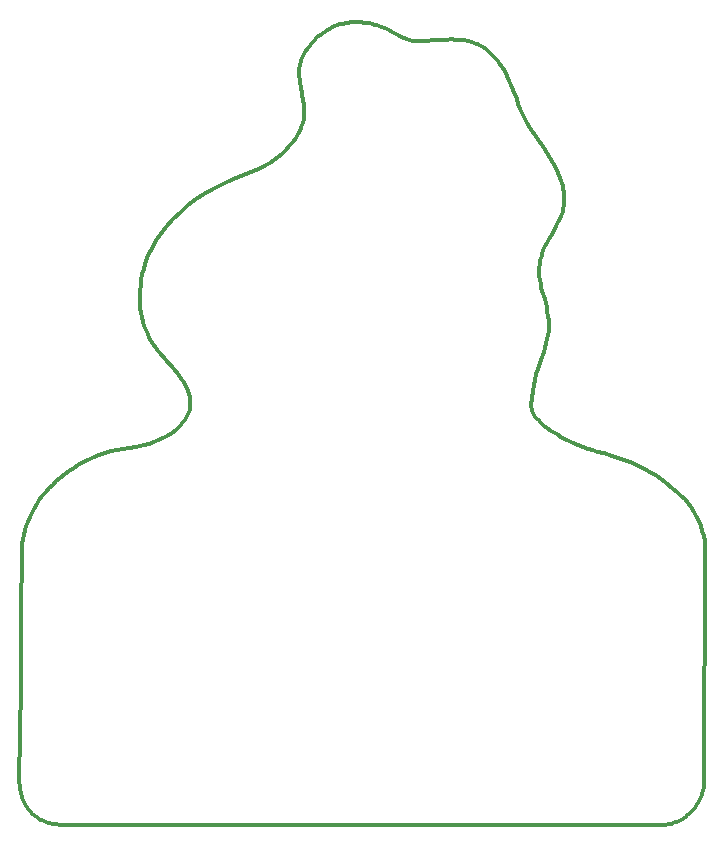
<source format=gbr>
%TF.GenerationSoftware,KiCad,Pcbnew,9.0.6*%
%TF.CreationDate,2025-11-09T23:23:57-08:00*%
%TF.ProjectId,mfzh25_token,6d667a68-3235-45f7-946f-6b656e2e6b69,rev?*%
%TF.SameCoordinates,Original*%
%TF.FileFunction,Profile,NP*%
%FSLAX46Y46*%
G04 Gerber Fmt 4.6, Leading zero omitted, Abs format (unit mm)*
G04 Created by KiCad (PCBNEW 9.0.6) date 2025-11-09 23:23:57*
%MOMM*%
%LPD*%
G01*
G04 APERTURE LIST*
%TA.AperFunction,Profile*%
%ADD10C,0.362433*%
%TD*%
G04 APERTURE END LIST*
D10*
X71500000Y-78500000D02*
X71771431Y-78513421D01*
X72028322Y-78535068D01*
X72271430Y-78564351D01*
X72501513Y-78600679D01*
X72719328Y-78643462D01*
X72925633Y-78692110D01*
X73121186Y-78746033D01*
X73483064Y-78867343D01*
X73811023Y-79002670D01*
X74111122Y-79147292D01*
X74389422Y-79296488D01*
X74904867Y-79589712D01*
X75154133Y-79724298D01*
X75405841Y-79844570D01*
X75666052Y-79945807D01*
X75801240Y-79987812D01*
X75940827Y-80023287D01*
X76085569Y-80051643D01*
X76236225Y-80072289D01*
X76393551Y-80084635D01*
X76558307Y-80088090D01*
X76904030Y-80080272D01*
X77255208Y-80063678D01*
X77969358Y-80016412D01*
X78691614Y-79970800D01*
X79052925Y-79956273D01*
X79412835Y-79951349D01*
X79770199Y-79959092D01*
X80123877Y-79982565D01*
X80472724Y-80024832D01*
X80815598Y-80088955D01*
X81151357Y-80177998D01*
X81478857Y-80295025D01*
X81639153Y-80364989D01*
X81796956Y-80443098D01*
X81952122Y-80529734D01*
X82104510Y-80625281D01*
X82311386Y-80769306D01*
X82506737Y-80918859D01*
X82691087Y-81073656D01*
X82864961Y-81233408D01*
X83028882Y-81397830D01*
X83183376Y-81566635D01*
X83328965Y-81739537D01*
X83466174Y-81916249D01*
X83717550Y-82279958D01*
X83941696Y-82655469D01*
X84142806Y-83040492D01*
X84325074Y-83432734D01*
X84492691Y-83829904D01*
X84649853Y-84229709D01*
X84949580Y-85028059D01*
X85100533Y-85422020D01*
X85257802Y-85809450D01*
X85425582Y-86188055D01*
X85608066Y-86555546D01*
X85852701Y-86995543D01*
X86113149Y-87427922D01*
X86664005Y-88276266D01*
X87225679Y-89113457D01*
X87499649Y-89531897D01*
X87763214Y-89952378D01*
X88012006Y-90376513D01*
X88241655Y-90805910D01*
X88447792Y-91242180D01*
X88626046Y-91686933D01*
X88703353Y-91912994D01*
X88772050Y-92141779D01*
X88831592Y-92373490D01*
X88881432Y-92608328D01*
X88921025Y-92846495D01*
X88949825Y-93088192D01*
X88967284Y-93333619D01*
X88972857Y-93582978D01*
X88968097Y-93751751D01*
X88954870Y-93917424D01*
X88933656Y-94080193D01*
X88904939Y-94240255D01*
X88869200Y-94397807D01*
X88826922Y-94553046D01*
X88724675Y-94857370D01*
X88602054Y-95154804D01*
X88462916Y-95446920D01*
X88311118Y-95735293D01*
X88150515Y-96021499D01*
X87818321Y-96593703D01*
X87654442Y-96882851D01*
X87497185Y-97176129D01*
X87350406Y-97475111D01*
X87217960Y-97781371D01*
X87103705Y-98096485D01*
X87054604Y-98257854D01*
X87011497Y-98422026D01*
X86964035Y-98636310D01*
X86926406Y-98843640D01*
X86898065Y-99044505D01*
X86878465Y-99239389D01*
X86867060Y-99428780D01*
X86863303Y-99613164D01*
X86876554Y-99968854D01*
X86913848Y-100310351D01*
X86970816Y-100641545D01*
X87043092Y-100966325D01*
X87126306Y-101288584D01*
X87308076Y-101941095D01*
X87397895Y-102279128D01*
X87481179Y-102630201D01*
X87553559Y-102998203D01*
X87610668Y-103387025D01*
X87648137Y-103800557D01*
X87658141Y-104017805D01*
X87661597Y-104242690D01*
X87658013Y-104433758D01*
X87647535Y-104620947D01*
X87607538Y-104985645D01*
X87544893Y-105340711D01*
X87462886Y-105690071D01*
X87364801Y-106037650D01*
X87253926Y-106387374D01*
X87006946Y-107108964D01*
X86748233Y-107886247D01*
X86622690Y-108305589D01*
X86504072Y-108750632D01*
X86395664Y-109225302D01*
X86300752Y-109733526D01*
X86222621Y-110279229D01*
X86164557Y-110866338D01*
X86177289Y-111039710D01*
X86211491Y-111212086D01*
X86266051Y-111383249D01*
X86339859Y-111552980D01*
X86431801Y-111721062D01*
X86540768Y-111887278D01*
X86665648Y-112051408D01*
X86805329Y-112213236D01*
X86958699Y-112372544D01*
X87124648Y-112529114D01*
X87302064Y-112682728D01*
X87489836Y-112833169D01*
X87891999Y-113123658D01*
X88322247Y-113398840D01*
X88771688Y-113656973D01*
X89231431Y-113896313D01*
X89692584Y-114115120D01*
X90146255Y-114311651D01*
X90583554Y-114484163D01*
X90995588Y-114630915D01*
X91373466Y-114750164D01*
X91708297Y-114840169D01*
X92344610Y-115006668D01*
X93032744Y-115214994D01*
X93759885Y-115466669D01*
X94513218Y-115763219D01*
X95279928Y-116106165D01*
X96047199Y-116497033D01*
X96802217Y-116937345D01*
X97532166Y-117428625D01*
X98224233Y-117972397D01*
X98552055Y-118264443D01*
X98865601Y-118570183D01*
X99163269Y-118889809D01*
X99443457Y-119223509D01*
X99704562Y-119571475D01*
X99944984Y-119933897D01*
X100163120Y-120310966D01*
X100357368Y-120702871D01*
X100526127Y-121109804D01*
X100667795Y-121531955D01*
X100780769Y-121969514D01*
X100863448Y-122422672D01*
X100914230Y-122891619D01*
X100931514Y-123376546D01*
X100833392Y-142804162D01*
X100828621Y-142967407D01*
X100814492Y-143131192D01*
X100791278Y-143295142D01*
X100759255Y-143458883D01*
X100718695Y-143622038D01*
X100669874Y-143784232D01*
X100613065Y-143945090D01*
X100548544Y-144104237D01*
X100476584Y-144261297D01*
X100397459Y-144415895D01*
X100311444Y-144567657D01*
X100218813Y-144716205D01*
X100014801Y-145002163D01*
X99787616Y-145270768D01*
X99666019Y-145397624D01*
X99539452Y-145519016D01*
X99408189Y-145634569D01*
X99272504Y-145743906D01*
X99132672Y-145846653D01*
X98988966Y-145942435D01*
X98841662Y-146030876D01*
X98691032Y-146111600D01*
X98537353Y-146184233D01*
X98380896Y-146248400D01*
X98221938Y-146303724D01*
X98060753Y-146349831D01*
X97897614Y-146386345D01*
X97732795Y-146412891D01*
X97566572Y-146429094D01*
X97399219Y-146434579D01*
X46377190Y-146434579D01*
X46179853Y-146429944D01*
X45986878Y-146416169D01*
X45798391Y-146393445D01*
X45614515Y-146361965D01*
X45435376Y-146321921D01*
X45261098Y-146273506D01*
X45091806Y-146216910D01*
X44927625Y-146152328D01*
X44768679Y-146079951D01*
X44615094Y-145999971D01*
X44466994Y-145912580D01*
X44324504Y-145817971D01*
X44187748Y-145716337D01*
X44056852Y-145607868D01*
X43931940Y-145492758D01*
X43813137Y-145371199D01*
X43700567Y-145243383D01*
X43594356Y-145109503D01*
X43494628Y-144969750D01*
X43401508Y-144824317D01*
X43315121Y-144673396D01*
X43235591Y-144517179D01*
X43163043Y-144355859D01*
X43097602Y-144189628D01*
X43039393Y-144018678D01*
X42988540Y-143843201D01*
X42945169Y-143663390D01*
X42909403Y-143479437D01*
X42881369Y-143291534D01*
X42861189Y-143099873D01*
X42848990Y-142904647D01*
X42844896Y-142706048D01*
X42943016Y-134718322D01*
X43010473Y-128680299D01*
X43041135Y-123376550D01*
X43052057Y-123006788D01*
X43084630Y-122634880D01*
X43138561Y-122261626D01*
X43213559Y-121887824D01*
X43309331Y-121514276D01*
X43425586Y-121141781D01*
X43562032Y-120771140D01*
X43718376Y-120403152D01*
X43894328Y-120038619D01*
X44089595Y-119678338D01*
X44303884Y-119323112D01*
X44536905Y-118973739D01*
X44788366Y-118631020D01*
X45057974Y-118295756D01*
X45345437Y-117968745D01*
X45650464Y-117650788D01*
X45972763Y-117342686D01*
X46312041Y-117045237D01*
X46668007Y-116759243D01*
X47040370Y-116485504D01*
X47428836Y-116224819D01*
X47833115Y-115977988D01*
X48252914Y-115745812D01*
X48687941Y-115529090D01*
X49137905Y-115328624D01*
X49602513Y-115145212D01*
X50081474Y-114979655D01*
X50574496Y-114832752D01*
X51081287Y-114705305D01*
X51601554Y-114598113D01*
X52135007Y-114511976D01*
X52681353Y-114447694D01*
X53046555Y-114397561D01*
X53427446Y-114316456D01*
X53818509Y-114205878D01*
X54214226Y-114067326D01*
X54609081Y-113902298D01*
X54997554Y-113712293D01*
X55374129Y-113498810D01*
X55733288Y-113263347D01*
X56069514Y-113007403D01*
X56377289Y-112732477D01*
X56518783Y-112588364D01*
X56651095Y-112440068D01*
X56773536Y-112287775D01*
X56885416Y-112131673D01*
X56986045Y-111971950D01*
X57074733Y-111808792D01*
X57150791Y-111642388D01*
X57213529Y-111472924D01*
X57262258Y-111300588D01*
X57296287Y-111125567D01*
X57314927Y-110948049D01*
X57317489Y-110768220D01*
X57296466Y-110478755D01*
X57253112Y-110202511D01*
X57188934Y-109938215D01*
X57105442Y-109684592D01*
X57004143Y-109440367D01*
X56886546Y-109204265D01*
X56754159Y-108975012D01*
X56608489Y-108751333D01*
X56451047Y-108531953D01*
X56283338Y-108315599D01*
X55923158Y-107886866D01*
X55145977Y-107009615D01*
X54753107Y-106540703D01*
X54560881Y-106294214D01*
X54373472Y-106038004D01*
X54192389Y-105770798D01*
X54019139Y-105491321D01*
X53855231Y-105198299D01*
X53702173Y-104890456D01*
X53561473Y-104566520D01*
X53434640Y-104225214D01*
X53323182Y-103865264D01*
X53228606Y-103485396D01*
X53152422Y-103084335D01*
X53096138Y-102660806D01*
X53061261Y-102213534D01*
X53049300Y-101741246D01*
X53063131Y-101244611D01*
X53103869Y-100758674D01*
X53170378Y-100283544D01*
X53261524Y-99819331D01*
X53376173Y-99366142D01*
X53513190Y-98924086D01*
X53671440Y-98493273D01*
X53849789Y-98073812D01*
X54047103Y-97665810D01*
X54262246Y-97269376D01*
X54494085Y-96884620D01*
X54741485Y-96511651D01*
X55003310Y-96150577D01*
X55278428Y-95801506D01*
X55863999Y-95139811D01*
X56489123Y-94527437D01*
X57144723Y-93965254D01*
X57821722Y-93454133D01*
X58511044Y-92994942D01*
X59203613Y-92588554D01*
X59890352Y-92235838D01*
X60562185Y-91937664D01*
X61210036Y-91694902D01*
X61643665Y-91542269D01*
X62070717Y-91379952D01*
X62489952Y-91206916D01*
X62900129Y-91022129D01*
X63300007Y-90824554D01*
X63688345Y-90613158D01*
X64063902Y-90386907D01*
X64425439Y-90144766D01*
X64771713Y-89885701D01*
X65101485Y-89608678D01*
X65413513Y-89312661D01*
X65706556Y-88996618D01*
X65979375Y-88659513D01*
X66230727Y-88300313D01*
X66459373Y-87917982D01*
X66664071Y-87511487D01*
X66728502Y-87361473D01*
X66783940Y-87212328D01*
X66830842Y-87063963D01*
X66869662Y-86916288D01*
X66900857Y-86769214D01*
X66924882Y-86622652D01*
X66942192Y-86476511D01*
X66953244Y-86330704D01*
X66958392Y-86039729D01*
X66943972Y-85749012D01*
X66913628Y-85457838D01*
X66871005Y-85165492D01*
X66650609Y-83970084D01*
X66601257Y-83661150D01*
X66561494Y-83346754D01*
X66534963Y-83026179D01*
X66525310Y-82698711D01*
X66530961Y-82549048D01*
X66547775Y-82393764D01*
X66575546Y-82233540D01*
X66614065Y-82069056D01*
X66663124Y-81900992D01*
X66722517Y-81730029D01*
X66792035Y-81556846D01*
X66871470Y-81382123D01*
X67059263Y-81030781D01*
X67284234Y-80681444D01*
X67410143Y-80509227D01*
X67544723Y-80339552D01*
X67687767Y-80173098D01*
X67839067Y-80010547D01*
X67998416Y-79852577D01*
X68165606Y-79699870D01*
X68340430Y-79553106D01*
X68522678Y-79412963D01*
X68712145Y-79280124D01*
X68908622Y-79155267D01*
X69111902Y-79039074D01*
X69321776Y-78932224D01*
X69538038Y-78835397D01*
X69760480Y-78749273D01*
X69988893Y-78674533D01*
X70223071Y-78611858D01*
X70462805Y-78561926D01*
X70707888Y-78525418D01*
X70958113Y-78503014D01*
X71213271Y-78495395D01*
X71500000Y-78500000D01*
M02*

</source>
